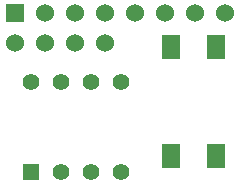
<source format=gts>
G04 (created by PCBNEW (2013-07-07 BZR 4022)-stable) date 15/01/2015 17:01:17*
%MOIN*%
G04 Gerber Fmt 3.4, Leading zero omitted, Abs format*
%FSLAX34Y34*%
G01*
G70*
G90*
G04 APERTURE LIST*
%ADD10C,0.00590551*%
%ADD11R,0.06X0.06*%
%ADD12C,0.06*%
%ADD13R,0.055X0.055*%
%ADD14C,0.055*%
%ADD15R,0.0629921X0.0830709*%
G04 APERTURE END LIST*
G54D10*
G54D11*
X67450Y-36800D03*
G54D12*
X73450Y-36800D03*
X68450Y-36800D03*
X74450Y-36800D03*
X69450Y-36800D03*
X70450Y-36800D03*
X71450Y-36800D03*
X72450Y-36800D03*
X70450Y-37800D03*
X69450Y-37800D03*
X68450Y-37800D03*
X67450Y-37800D03*
G54D13*
X68000Y-42100D03*
G54D14*
X69000Y-42100D03*
X70000Y-42100D03*
X71000Y-42100D03*
X71000Y-39100D03*
X70000Y-39100D03*
X69000Y-39100D03*
X68000Y-39100D03*
G54D15*
X72650Y-37929D03*
X72650Y-41571D03*
X74150Y-37929D03*
X74150Y-41571D03*
M02*

</source>
